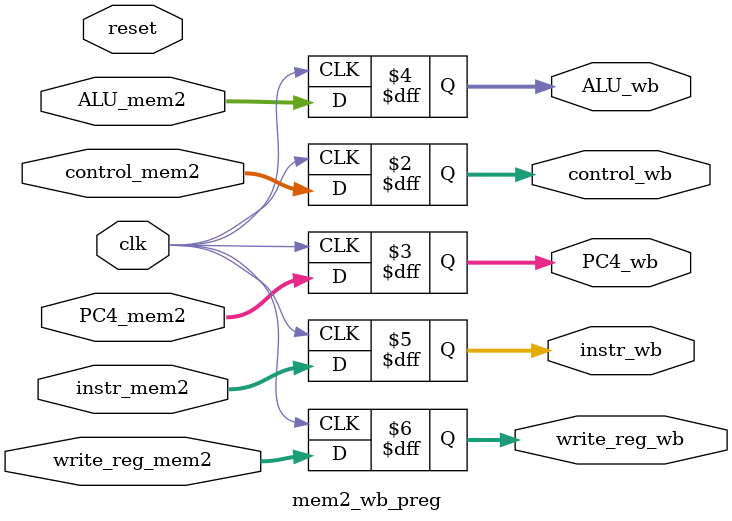
<source format=sv>
`include "riscv32_starter.sv"
module mem2_wb_preg(clk, reset, control_mem2, PC4_mem2, ALU_mem2, write_reg_mem2, instr_mem2, //opcode_mem2,
										control_wb, PC4_wb, ALU_wb, write_reg_wb, instr_wb); //opcode_wb);
	input logic clk, reset;
	input logic [31:0] control_mem2, PC4_mem2,  ALU_mem2, instr_mem2;
	input logic [4:0] write_reg_mem2;
	//input opcode_q opcode_mem2;
	
	output logic [31:0] control_wb, PC4_wb, ALU_wb, instr_wb;
	output logic [4:0] write_reg_wb;
	//output opcode_q opcode_wb;
	
	always @(posedge clk) begin 
		control_wb <= control_mem2;
		instr_wb <= instr_mem2;
		PC4_wb <= PC4_mem2;
		//data_wb <= data_mem2;
		write_reg_wb <= write_reg_mem2;
		ALU_wb <= ALU_mem2;
		//opcode_wb <= opcode_mem2;
	end 
endmodule 
</source>
